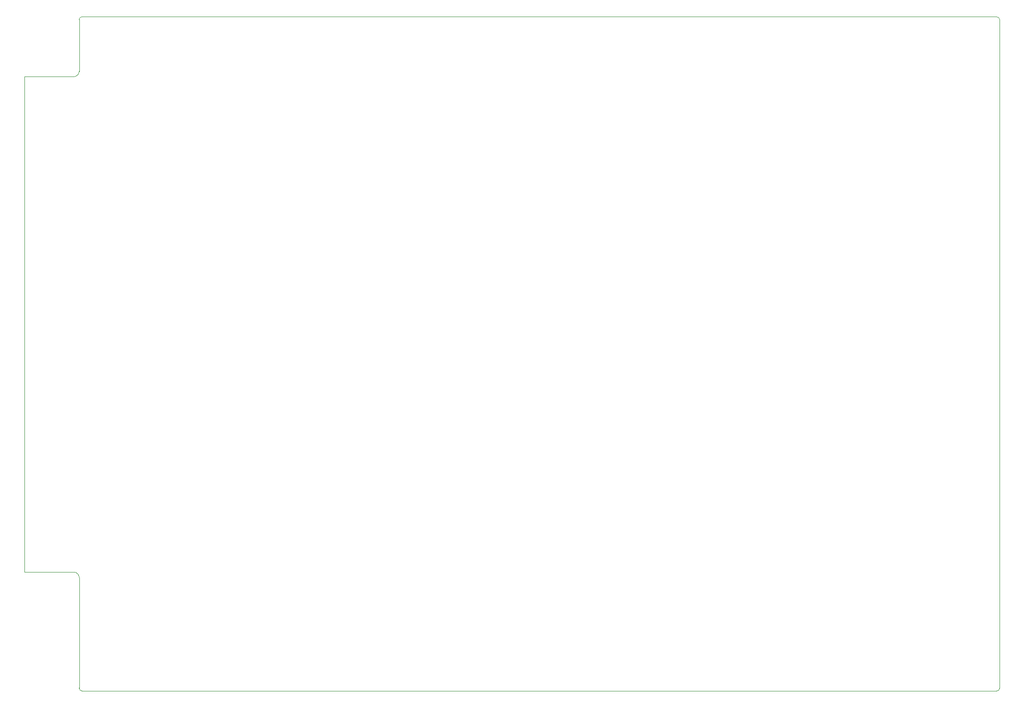
<source format=gm1>
%TF.GenerationSoftware,KiCad,Pcbnew,7.0.6*%
%TF.CreationDate,2023-07-16T11:08:31+02:00*%
%TF.ProjectId,kim-1-mtu-expansion-card,6b696d2d-312d-46d7-9475-2d657870616e,rev?*%
%TF.SameCoordinates,Original*%
%TF.FileFunction,Profile,NP*%
%FSLAX46Y46*%
G04 Gerber Fmt 4.6, Leading zero omitted, Abs format (unit mm)*
G04 Created by KiCad (PCBNEW 7.0.6) date 2023-07-16 11:08:31*
%MOMM*%
%LPD*%
G01*
G04 APERTURE LIST*
%TA.AperFunction,Profile*%
%ADD10C,0.100000*%
%TD*%
G04 APERTURE END LIST*
D10*
X58260000Y-40860000D02*
X67260000Y-40860000D01*
X58260000Y-131860000D02*
X58260000Y-40860000D01*
X237130000Y-30360000D02*
X237130000Y-153170000D01*
X68260000Y-39860000D02*
X68260000Y-30360000D01*
X68760000Y-29860000D02*
G75*
G03*
X68260000Y-30360000I0J-500000D01*
G01*
X237130000Y-30360000D02*
G75*
G03*
X236630000Y-29860000I-500000J0D01*
G01*
X68260000Y-153170000D02*
G75*
G03*
X68760000Y-153670000I500000J0D01*
G01*
X236630000Y-153670000D02*
G75*
G03*
X237130000Y-153170000I0J500000D01*
G01*
X67260000Y-131860000D02*
X58260000Y-131860000D01*
X68260000Y-132860000D02*
G75*
G03*
X67260000Y-131860000I-1000000J0D01*
G01*
X68760000Y-153670000D02*
X236630000Y-153670000D01*
X68760000Y-29860000D02*
X236630000Y-29860000D01*
X67260000Y-40860000D02*
G75*
G03*
X68260000Y-39860000I0J1000000D01*
G01*
X68260000Y-132860000D02*
X68260000Y-153170000D01*
M02*

</source>
